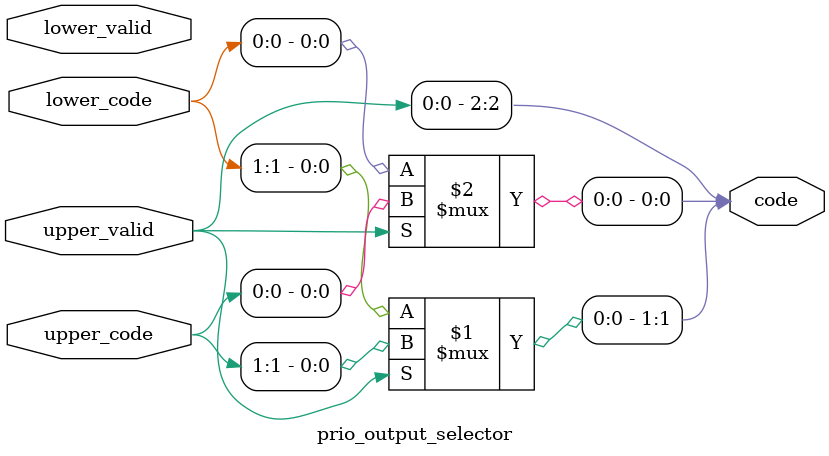
<source format=sv>
module prio_encoder_top (
    input [7:0] req,
    output [2:0] code
);
    // Direct priority encoding logic
    // Optimized to reduce hierarchy and improve timing
    reg [2:0] code_reg;
    
    always @(*) begin
        if (req[7])
            code_reg = 3'h7;
        else if (req[6])
            code_reg = 3'h6;
        else if (req[5])
            code_reg = 3'h5;
        else if (req[4])
            code_reg = 3'h4;
        else if (req[3])
            code_reg = 3'h3;
        else if (req[2])
            code_reg = 3'h2;
        else if (req[1])
            code_reg = 3'h1;
        else if (req[0])
            code_reg = 3'h0;
        else
            code_reg = 3'h0;
    end
    
    assign code = code_reg;
    
endmodule

///////////////////////////////////////////////////////////
// 4-bit priority encoder submodule
///////////////////////////////////////////////////////////
module prio_encoder_4bit (
    input [3:0] req,
    output valid,
    output [1:0] code
);
    // Simplified valid logic
    assign valid = req[3] | req[2] | req[1] | req[0];
    
    // Optimized priority encoding using direct boolean expressions
    // Reduced logic depth and improved timing
    assign code[1] = req[3] | req[2];
    assign code[0] = req[3] | (~req[2] & req[1]);
    
endmodule

///////////////////////////////////////////////////////////
// Output selector submodule
///////////////////////////////////////////////////////////
module prio_output_selector (
    input upper_valid,
    input [1:0] upper_code,
    input lower_valid,
    input [1:0] lower_code,
    output [2:0] code
);
    // Simplified boolean expressions for code assignment
    // Eliminates if-else branch and improves timing
    assign code[2] = upper_valid;
    assign code[1] = upper_valid ? upper_code[1] : lower_code[1];
    assign code[0] = upper_valid ? upper_code[0] : lower_code[0];
    
endmodule
</source>
